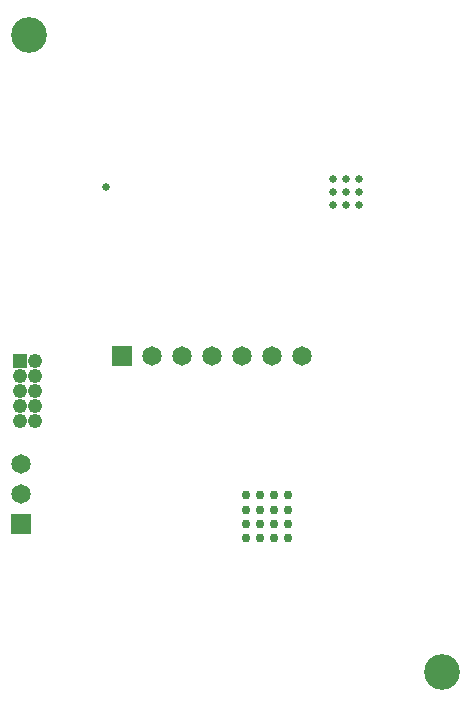
<source format=gbs>
G04 Layer_Color=16711935*
%FSLAX25Y25*%
%MOIN*%
G70*
G01*
G75*
%ADD129C,0.04800*%
%ADD130R,0.04800X0.04800*%
%ADD131R,0.06506X0.06506*%
%ADD132C,0.06506*%
%ADD133R,0.06506X0.06506*%
%ADD134C,0.03000*%
%ADD135C,0.02568*%
%ADD136C,0.11900*%
D129*
X23500Y125500D02*
D03*
X18500Y105500D02*
D03*
X18500Y110500D02*
D03*
Y115500D02*
D03*
X18500Y120500D02*
D03*
X23500Y105500D02*
D03*
X23500Y110500D02*
D03*
X23500Y115500D02*
D03*
Y120500D02*
D03*
D130*
X18500Y125500D02*
D03*
D131*
X19000Y71000D02*
D03*
D132*
Y81000D02*
D03*
Y91000D02*
D03*
X72500Y127000D02*
D03*
X62500D02*
D03*
X82500D02*
D03*
X92500D02*
D03*
X102500D02*
D03*
X112500D02*
D03*
D133*
X52500D02*
D03*
D134*
X93790Y75886D02*
D03*
X98515D02*
D03*
X93790Y71162D02*
D03*
X98515D02*
D03*
X93790Y66437D02*
D03*
X98515D02*
D03*
X93790Y80611D02*
D03*
X98515D02*
D03*
X103239Y71162D02*
D03*
X107963D02*
D03*
Y80611D02*
D03*
X103239D02*
D03*
Y66437D02*
D03*
X107963D02*
D03*
X103239Y75886D02*
D03*
X107963D02*
D03*
D135*
X47050Y183548D02*
D03*
X131381Y185981D02*
D03*
Y181650D02*
D03*
Y177319D02*
D03*
X127050Y185981D02*
D03*
Y181650D02*
D03*
Y177319D02*
D03*
X122719Y185981D02*
D03*
Y181650D02*
D03*
Y177319D02*
D03*
D136*
X21550Y234150D02*
D03*
X159050Y21650D02*
D03*
M02*

</source>
